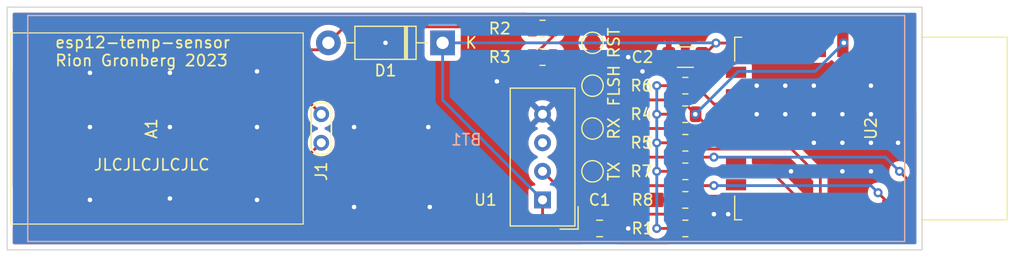
<source format=kicad_pcb>
(kicad_pcb (version 20221018) (generator pcbnew)
  (layers (0 "F.Cu" signal) (31 "B.Cu" signal) (34 "B.Paste" user) (35 "F.Paste" user) (36 "B.SilkS" user "B.Silkscreen") (37 "F.SilkS" user "F.Silkscreen") (38 "B.Mask" user) (39 "F.Mask" user) (44 "Edge.Cuts" user))
  (net 0 "")
  (net 3 "+BATT")
  (net 4 "-BATT")
  (net 5 "/+BATT_PROT")
  (net 6 "GND")
  (net 7 "VDC")
  (net 8 "/SENSOR")
  (net 9 "/BATT_LVL")
  (net 10 "/RST")
  (net 11 "/FLASH")
  (net 12 "/EN")
  (net 13 "/HI_BOOT")
  (net 14 "/LOW_BOOT")
  (net 15 "/SERIAL_RX")
  (net 16 "/SERIAL_TX")
  (footprint "Resistor_SMD:R_0805_2012Metric" (layer "F.Cu") (at 80.01 39.37)
    (fp_text reference "R7" (at -3.906628 0) (layer "F.SilkS"))
    (fp_text value "10KR")
    (fp_line (start -0.227064 -0.735) (end 0.227064 -0.735) (stroke (width 0.12)) (layer "F.SilkS"))
    (fp_line (start -0.227064 0.735) (end 0.227064 0.735) (stroke (width 0.12)) (layer "F.SilkS"))
    (pad "1" smd roundrect (at -0.9125 0) (size 1.025 1.4) (layers "F.Cu" "F.Paste" "F.Mask") (roundrect_rratio 0.243902439) (net 7 "VDC"))
    (pad "2" smd roundrect (at 0.9125 0) (size 1.025 1.4) (layers "F.Cu" "F.Paste" "F.Mask") (roundrect_rratio 0.243902439) (net 13 "/HI_BOOT"))
  )
  (footprint "TestPoint:TestPoint_Pad_D1.5mm" (layer "F.Cu") (at 71.755 31.75 -90)
    (fp_text reference "T2" hide)
    (fp_text value "FLSH" (at 0 -1.905 90) (layer "F.SilkS"))
    (fp_circle (center 0 0) (end 0 0.95) (stroke (width 0.12)) (fill none) (layer "F.SilkS"))
    (pad "1" smd circle (at 0 0 270) (size 1.5 1.5) (layers "F.Cu" "F.Mask") (net 11 "/FLASH"))
  )
  (footprint "TP4056-mod:TP4056-mod" (layer "F.Cu") (at 33.02 35.56 90)
    (fp_text reference "A1" (at 0 -0.5 90 unlocked) (layer "F.SilkS"))
    (fp_text value "TP4056")
    (fp_line (start -8.5 -13) (end -8.5 13) (stroke (width 0.1)) (layer "F.SilkS"))
    (fp_line (start -8.5 13) (end 8.5 13) (stroke (width 0.1)) (layer "F.SilkS"))
    (fp_line (start 8.5 -13) (end -8.5 -13) (stroke (width 0.1)) (layer "F.SilkS"))
    (fp_line (start 8.5 13) (end 8.5 -13) (stroke (width 0.1)) (layer "F.SilkS"))
    (pad "1" smd rect (at 7 -11.5 90) (size 2.5 2.5) (layers "F.Cu" "F.Paste" "F.Mask"))
    (pad "2" smd rect (at -7 -11.5 90) (size 2.5 2.5) (layers "F.Cu" "F.Paste" "F.Mask"))
    (pad "3" smd rect (at 4 11.5 90) (size 2.5 2.5) (layers "F.Cu" "F.Paste" "F.Mask") (net 3 "+BATT"))
    (pad "4" smd rect (at -4 11.5 90) (size 2.5 2.5) (layers "F.Cu" "F.Paste" "F.Mask") (net 4 "-BATT"))
    (pad "5" smd rect (at 7 11.5 90) (size 2.5 2.5) (layers "F.Cu" "F.Paste" "F.Mask") (net 5 "/+BATT_PROT"))
    (pad "6" smd rect (at -7 11.5 90) (size 2.5 2.5) (layers "F.Cu" "F.Paste" "F.Mask") (net 6 "GND"))
  )
  (footprint "Capacitor_SMD:C_0805_2012Metric" (layer "F.Cu") (at 72.39 44.45)
    (fp_text reference "C1" (at 0 -2.54) (layer "F.SilkS"))
    (fp_text value "100nF")
    (fp_line (start -0.261252 -0.735) (end 0.261252 -0.735) (stroke (width 0.12)) (layer "F.SilkS"))
    (fp_line (start -0.261252 0.735) (end 0.261252 0.735) (stroke (width 0.12)) (layer "F.SilkS"))
    (pad "1" smd roundrect (at -0.95 0) (size 1 1.45) (layers "F.Cu" "F.Paste" "F.Mask") (net 7 "VDC"))
    (pad "2" smd roundrect (at 0.95 0) (size 1 1.45) (layers "F.Cu" "F.Paste" "F.Mask") (net 6 "GND"))
  )
  (footprint "Capacitor_SMD:C_1206_3216Metric" (layer "F.Cu") (at 80.01 29.21)
    (fp_text reference "C2" (at -3.81 0) (layer "F.SilkS"))
    (fp_text value "22uF")
    (fp_line (start -0.711252 -0.91) (end 0.711252 -0.91) (stroke (width 0.12)) (layer "F.SilkS"))
    (fp_line (start -0.711252 0.91) (end 0.711252 0.91) (stroke (width 0.12)) (layer "F.SilkS"))
    (pad "1" smd roundrect (at -1.475 0) (size 1.15 1.8) (layers "F.Cu" "F.Paste" "F.Mask") (roundrect_rratio 0.2173913043) (net 6 "GND"))
    (pad "2" smd roundrect (at 1.475 0) (size 1.15 1.8) (layers "F.Cu" "F.Paste" "F.Mask") (roundrect_rratio 0.2173913043) (net 7 "VDC"))
  )
  (footprint "Resistor_SMD:R_0805_2012Metric" (layer "F.Cu") (at 80.01 31.75)
    (fp_text reference "R6" (at -3.906628 0) (layer "F.SilkS"))
    (fp_text value "10KR")
    (fp_line (start -0.227064 -0.735) (end 0.227064 -0.735) (stroke (width 0.12)) (layer "F.SilkS"))
    (fp_line (start -0.227064 0.735) (end 0.227064 0.735) (stroke (width 0.12)) (layer "F.SilkS"))
    (pad "1" smd roundrect (at -0.9125 0) (size 1.025 1.4) (layers "F.Cu" "F.Paste" "F.Mask") (roundrect_rratio 0.243902439) (net 7 "VDC"))
    (pad "2" smd roundrect (at 0.9125 0) (size 1.025 1.4) (layers "F.Cu" "F.Paste" "F.Mask") (roundrect_rratio 0.243902439) (net 12 "/EN"))
  )
  (footprint "Resistor_SMD:R_0805_2012Metric" (layer "F.Cu") (at 67.31 29.21)
    (fp_text reference "R3" (at -3.81 0) (layer "F.SilkS"))
    (fp_text value "300KR")
    (fp_line (start -0.227064 -0.735) (end 0.227064 -0.735) (stroke (width 0.12)) (layer "F.SilkS"))
    (fp_line (start -0.227064 0.735) (end 0.227064 0.735) (stroke (width 0.12)) (layer "F.SilkS"))
    (pad "1" smd roundrect (at -0.9125 0) (size 1.025 1.4) (layers "F.Cu" "F.Paste" "F.Mask") (roundrect_rratio 0.243902439) (net 9 "/BATT_LVL"))
    (pad "2" smd roundrect (at 0.9125 0) (size 1.025 1.4) (layers "F.Cu" "F.Paste" "F.Mask") (roundrect_rratio 0.243902439) (net 6 "GND"))
  )
  (footprint "Resistor_SMD:R_0805_2012Metric" (layer "F.Cu") (at 80.01 36.83)
    (fp_text reference "R5" (at -3.906628 0) (layer "F.SilkS"))
    (fp_text value "10KR")
    (fp_line (start -0.227064 -0.735) (end 0.227064 -0.735) (stroke (width 0.12)) (layer "F.SilkS"))
    (fp_line (start -0.227064 0.735) (end 0.227064 0.735) (stroke (width 0.12)) (layer "F.SilkS"))
    (pad "1" smd roundrect (at -0.9125 0) (size 1.025 1.4) (layers "F.Cu" "F.Paste" "F.Mask") (roundrect_rratio 0.243902439) (net 7 "VDC"))
    (pad "2" smd roundrect (at 0.9125 0) (size 1.025 1.4) (layers "F.Cu" "F.Paste" "F.Mask") (roundrect_rratio 0.243902439) (net 11 "/FLASH"))
  )
  (footprint "Resistor_SMD:R_0805_2012Metric" (layer "F.Cu") (at 80.01 34.29)
    (fp_text reference "R4" (at -3.906628 0) (layer "F.SilkS"))
    (fp_text value "10KR")
    (fp_line (start -0.227064 -0.735) (end 0.227064 -0.735) (stroke (width 0.12)) (layer "F.SilkS"))
    (fp_line (start -0.227064 0.735) (end 0.227064 0.735) (stroke (width 0.12)) (layer "F.SilkS"))
    (pad "1" smd roundrect (at -0.9125 0) (size 1.025 1.4) (layers "F.Cu" "F.Paste" "F.Mask") (roundrect_rratio 0.243902439) (net 7 "VDC"))
    (pad "2" smd roundrect (at 0.9125 0) (size 1.025 1.4) (layers "F.Cu" "F.Paste" "F.Mask") (roundrect_rratio 0.243902439) (net 10 "/RST"))
  )
  (footprint "RF_Module:ESP-12E" (layer "F.Cu") (at 96.52 35.56 -90)
    (fp_text reference "U2" (at 0 0 90) (layer "F.SilkS"))
    (fp_text value "ESP-12F")
    (fp_line (start -8.12 -12.12) (end 8.12 -12.12) (stroke (width 0.12)) (layer "F.SilkS"))
    (fp_line (start -8.12 -4.5) (end -8.73 -4.5) (stroke (width 0.12)) (layer "F.SilkS"))
    (fp_line (start -8.12 -4.5) (end -8.12 -12.12) (stroke (width 0.12)) (layer "F.SilkS"))
    (fp_line (start -8.12 12.12) (end -8.12 11.5) (stroke (width 0.12)) (layer "F.SilkS"))
    (fp_line (start -6 12.12) (end -8.12 12.12) (stroke (width 0.12)) (layer "F.SilkS"))
    (fp_line (start 8.12 -12.12) (end 8.12 -4.5) (stroke (width 0.12)) (layer "F.SilkS"))
    (fp_line (start 8.12 11.5) (end 8.12 12.12) (stroke (width 0.12)) (layer "F.SilkS"))
    (fp_line (start 8.12 12.12) (end 6 12.12) (stroke (width 0.12)) (layer "F.SilkS"))
    (pad "1" smd rect (at -7.6 -3.5 270) (size 2.5 1) (layers "F.Cu" "F.Paste" "F.Mask") (net 10 "/RST"))
    (pad "2" smd rect (at -7.6 -1.5 270) (size 2.5 1) (layers "F.Cu" "F.Paste" "F.Mask") (net 9 "/BATT_LVL"))
    (pad "3" smd rect (at -7.6 0.5 270) (size 2.5 1) (layers "F.Cu" "F.Paste" "F.Mask") (net 12 "/EN"))
    (pad "4" smd rect (at -7.6 2.5 270) (size 2.5 1) (layers "F.Cu" "F.Paste" "F.Mask") (net 10 "/RST"))
    (pad "5" smd rect (at -7.6 4.5 270) (size 2.5 1) (layers "F.Cu" "F.Paste" "F.Mask"))
    (pad "6" smd rect (at -7.6 6.5 270) (size 2.5 1) (layers "F.Cu" "F.Paste" "F.Mask"))
    (pad "7" smd rect (at -7.6 8.5 270) (size 2.5 1) (layers "F.Cu" "F.Paste" "F.Mask"))
    (pad "8" smd rect (at -7.6 10.5 270) (size 2.5 1) (layers "F.Cu" "F.Paste" "F.Mask") (net 7 "VDC"))
    (pad "9" smd rect (at -5 12 270) (size 1 1.8) (layers "F.Cu" "F.Paste" "F.Mask"))
    (pad "10" smd rect (at -3 12 270) (size 1 1.8) (layers "F.Cu" "F.Paste" "F.Mask"))
    (pad "11" smd rect (at -1 12 270) (size 1 1.8) (layers "F.Cu" "F.Paste" "F.Mask"))
    (pad "12" smd rect (at 1 12 270) (size 1 1.8) (layers "F.Cu" "F.Paste" "F.Mask"))
    (pad "13" smd rect (at 3 12 270) (size 1 1.8) (layers "F.Cu" "F.Paste" "F.Mask"))
    (pad "14" smd rect (at 5 12 270) (size 1 1.8) (layers "F.Cu" "F.Paste" "F.Mask"))
    (pad "15" smd rect (at 7.6 10.5 270) (size 2.5 1) (layers "F.Cu" "F.Paste" "F.Mask") (net 6 "GND"))
    (pad "16" smd rect (at 7.6 8.5 270) (size 2.5 1) (layers "F.Cu" "F.Paste" "F.Mask") (net 14 "/LOW_BOOT"))
    (pad "17" smd rect (at 7.6 6.5 270) (size 2.5 1) (layers "F.Cu" "F.Paste" "F.Mask") (net 13 "/HI_BOOT"))
    (pad "18" smd rect (at 7.6 4.5 270) (size 2.5 1) (layers "F.Cu" "F.Paste" "F.Mask") (net 11 "/FLASH"))
    (pad "19" smd rect (at 7.6 2.5 270) (size 2.5 1) (layers "F.Cu" "F.Paste" "F.Mask") (net 8 "/SENSOR"))
    (pad "20" smd rect (at 7.6 0.5 270) (size 2.5 1) (layers "F.Cu" "F.Paste" "F.Mask"))
    (pad "21" smd rect (at 7.6 -1.5 270) (size 2.5 1) (layers "F.Cu" "F.Paste" "F.Mask") (net 16 "/SERIAL_TX"))
    (pad "22" smd rect (at 7.6 -3.5 270) (size 2.5 1) (layers "F.Cu" "F.Paste" "F.Mask") (net 15 "/SERIAL_RX"))
    (zone (net 0) (net_name "") (layers "*.Cu") (connect_pads (clearance 0)) (min_thickness 0.254)
      (keepout (tracks not_allowed) (vias not_allowed) (pads not_allowed) (copperpour not_allowed) (footprints not_allowed))
      (fill (thermal_gap 0.508) (thermal_bridge_width 0.508))
      (polygon (pts (xy 101.32 27.44) (xy 101.32 43.68) (xy 108.64 43.68) (xy 108.64 27.44)))
    )
  )
  (footprint "TestPoint:TestPoint_Pad_D1.5mm" (layer "F.Cu") (at 71.755 39.37 -90)
    (fp_text reference "T4" hide)
    (fp_text value "TX" (at 0 -1.905 90) (layer "F.SilkS"))
    (fp_circle (center 0 0) (end 0 0.95) (stroke (width 0.12)) (fill none) (layer "F.SilkS"))
    (pad "1" smd circle (at 0 0 270) (size 1.5 1.5) (layers "F.Cu" "F.Mask") (net 16 "/SERIAL_TX"))
  )
  (footprint "Diode_THT:D_DO-41_SOD81_P10.16mm_Horizontal" (layer "F.Cu") (at 58.42 27.94 180)
    (fp_text reference "D1" (at 5.08 -2.47) (layer "F.SilkS"))
    (fp_text value "1N5817")
    (fp_text user "K" (at -2.54 0) (layer "F.SilkS"))
    (fp_line (start 1.34 0) (end 2.36 0) (stroke (width 0.12)) (layer "F.SilkS"))
    (fp_line (start 2.36 -1.47) (end 2.36 1.47) (stroke (width 0.12)) (layer "F.SilkS"))
    (fp_line (start 2.36 1.47) (end 7.8 1.47) (stroke (width 0.12)) (layer "F.SilkS"))
    (fp_line (start 3.14 -1.47) (end 3.14 1.47) (stroke (width 0.12)) (layer "F.SilkS"))
    (fp_line (start 3.26 -1.47) (end 3.26 1.47) (stroke (width 0.12)) (layer "F.SilkS"))
    (fp_line (start 3.38 -1.47) (end 3.38 1.47) (stroke (width 0.12)) (layer "F.SilkS"))
    (fp_line (start 7.8 -1.47) (end 2.36 -1.47) (stroke (width 0.12)) (layer "F.SilkS"))
    (fp_line (start 7.8 1.47) (end 7.8 -1.47) (stroke (width 0.12)) (layer "F.SilkS"))
    (fp_line (start 8.82 0) (end 7.8 0) (stroke (width 0.12)) (layer "F.SilkS"))
    (pad "1" thru_hole rect (at 0 0 180) (size 2.2 2.2) (drill 1.1) (layers "*.Cu" "*.Mask") (net 7 "VDC"))
    (pad "2" thru_hole oval (at 10.16 0 180) (size 2.2 2.2) (drill 1.1) (layers "*.Cu" "*.Mask") (net 5 "/+BATT_PROT"))
  )
  (footprint "TestPoint:TestPoint_Pad_D1.5mm" (layer "F.Cu") (at 71.755 35.56 -90)
    (fp_text reference "T3" hide)
    (fp_text value "RX" (at 0 -1.905 90) (layer "F.SilkS"))
    (fp_circle (center 0 0) (end 0 0.95) (stroke (width 0.12)) (fill none) (layer "F.SilkS"))
    (pad "1" smd circle (at 0 0 270) (size 1.5 1.5) (layers "F.Cu" "F.Mask") (net 15 "/SERIAL_RX"))
  )
  (footprint "TestPoint:TestPoint_Pad_D1.5mm" (layer "F.Cu") (at 71.755 27.94 -90)
    (fp_text reference "T1" hide)
    (fp_text value "RST" (at 0 -1.905 90) (layer "F.SilkS"))
    (fp_circle (center 0 0) (end 0 0.95) (stroke (width 0.12)) (fill none) (layer "F.SilkS"))
    (pad "1" smd circle (at 0 0 270) (size 1.5 1.5) (layers "F.Cu" "F.Mask") (net 10 "/RST"))
  )
  (footprint "Resistor_SMD:R_0805_2012Metric" (layer "F.Cu") (at 67.31 26.67)
    (fp_text reference "R2" (at -3.81 0) (layer "F.SilkS"))
    (fp_text value "1MR")
    (fp_line (start -0.227064 -0.735) (end 0.227064 -0.735) (stroke (width 0.12)) (layer "F.SilkS"))
    (fp_line (start -0.227064 0.735) (end 0.227064 0.735) (stroke (width 0.12)) (layer "F.SilkS"))
    (pad "1" smd roundrect (at -0.9125 0) (size 1.025 1.4) (layers "F.Cu" "F.Paste" "F.Mask") (roundrect_rratio 0.243902439) (net 5 "/+BATT_PROT"))
    (pad "2" smd roundrect (at 0.9125 0) (size 1.025 1.4) (layers "F.Cu" "F.Paste" "F.Mask") (roundrect_rratio 0.243902439) (net 9 "/BATT_LVL"))
  )
  (footprint "TestPoint:TestPoint_2Pads_Pitch2.54mm_Drill0.8mm" (layer "F.Cu") (at 47.625 34.29 -90)
    (fp_text reference "J1" (at 5.08 0 90) (layer "F.SilkS"))
    (fp_text value "TestPoint_2Pole")
    (fp_line (start -1.03 -0.4) (end -0.53 -0.9) (stroke (width 0.15)) (layer "F.SilkS"))
    (fp_line (start -1.03 0.4) (end -1.03 -0.4) (stroke (width 0.15)) (layer "F.SilkS"))
    (fp_line (start -0.53 -0.9) (end 3.07 -0.9) (stroke (width 0.15)) (layer "F.SilkS"))
    (fp_line (start -0.53 0.9) (end -1.03 0.4) (stroke (width 0.15)) (layer "F.SilkS"))
    (fp_line (start 3.07 -0.9) (end 3.57 -0.4) (stroke (width 0.15)) (layer "F.SilkS"))
    (fp_line (start 3.07 0.9) (end -0.53 0.9) (stroke (width 0.15)) (layer "F.SilkS"))
    (fp_line (start 3.57 -0.4) (end 3.57 0.4) (stroke (width 0.15)) (layer "F.SilkS"))
    (fp_line (start 3.57 0.4) (end 3.07 0.9) (stroke (width 0.15)) (layer "F.SilkS"))
    (pad "1" thru_hole circle (at 0 0 270) (size 1.4 1.4) (drill 0.8) (layers "*.Cu" "*.Mask") (net 3 "+BATT"))
    (pad "2" thru_hole circle (at 2.54 0 270) (size 1.4 1.4) (drill 0.8) (layers "*.Cu" "*.Mask") (net 4 "-BATT"))
  )
  (footprint "Sensor:Aosong_DHT11_5.5x12.0_P2.54mm" (layer "F.Cu") (at 67.31 41.91 180)
    (fp_text reference "U1" (at 5.08 0) (layer "F.SilkS"))
    (fp_text value "DHT11")
    (fp_line (start -3.16 -2.6) (end -3.16 -0.6) (stroke (width 0.12)) (layer "F.SilkS"))
    (fp_line (start -3.16 -2.6) (end -1.55 -2.6) (stroke (width 0.12)) (layer "F.SilkS"))
    (fp_line (start -2.88 9.94) (end -2.88 -2.31) (stroke (width 0.12)) (layer "F.SilkS"))
    (fp_line (start -2.87 -2.32) (end 2.87 -2.32) (stroke (width 0.12)) (layer "F.SilkS"))
    (fp_line (start 2.88 -2.32) (end 2.88 9.94) (stroke (width 0.12)) (layer "F.SilkS"))
    (fp_line (start 2.88 9.94) (end -2.88 9.94) (stroke (width 0.12)) (layer "F.SilkS"))
    (pad "1" thru_hole rect (at 0 0 180) (size 1.5 1.5) (drill 0.8) (layers "*.Cu" "*.Mask") (net 7 "VDC"))
    (pad "2" thru_hole circle (at 0 2.54 180) (size 1.5 1.5) (drill 0.8) (layers "*.Cu" "*.Mask") (net 8 "/SENSOR"))
    (pad "3" thru_hole circle (at 0 5.08 180) (size 1.5 1.5) (drill 0.8) (layers "*.Cu" "*.Mask"))
    (pad "4" thru_hole circle (at 0 7.62 180) (size 1.5 1.5) (drill 0.8) (layers "*.Cu" "*.Mask") (net 6 "GND"))
  )
  (footprint "Resistor_SMD:R_0805_2012Metric" (layer "F.Cu") (at 80.01 41.91 180)
    (fp_text reference "R8" (at 3.81 0) (layer "F.SilkS"))
    (fp_text value "10KR")
    (fp_line (start -0.227064 -0.735) (end 0.227064 -0.735) (stroke (width 0.12)) (layer "F.SilkS"))
    (fp_line (start -0.227064 0.735) (end 0.227064 0.735) (stroke (width 0.12)) (layer "F.SilkS"))
    (pad "1" smd roundrect (at -0.9125 0 180) (size 1.025 1.4) (layers "F.Cu" "F.Paste" "F.Mask") (roundrect_rratio 0.243902439) (net 14 "/LOW_BOOT"))
    (pad "2" smd roundrect (at 0.9125 0 180) (size 1.025 1.4) (layers "F.Cu" "F.Paste" "F.Mask") (roundrect_rratio 0.243902439) (net 6 "GND"))
  )
  (footprint "Resistor_SMD:R_0805_2012Metric" (layer "F.Cu") (at 80.01 44.45)
    (fp_text reference "R1" (at -3.81 0) (layer "F.SilkS"))
    (fp_text value "10KR")
    (fp_line (start -0.227064 -0.735) (end 0.227064 -0.735) (stroke (width 0.12)) (layer "F.SilkS"))
    (fp_line (start -0.227064 0.735) (end 0.227064 0.735) (stroke (width 0.12)) (layer "F.SilkS"))
    (pad "1" smd roundrect (at -0.9125 0) (size 1.025 1.4) (layers "F.Cu" "F.Paste" "F.Mask") (roundrect_rratio 0.243902439) (net 7 "VDC"))
    (pad "2" smd roundrect (at 0.9125 0) (size 1.025 1.4) (layers "F.Cu" "F.Paste" "F.Mask") (roundrect_rratio 0.243902439) (net 8 "/SENSOR"))
  )
  (footprint "Battery:BatteryHolder_MPD_BH-18650-PC2" (layer "B.Cu") (at 96.52 35.56 180)
    (fp_text reference "BT1" (at 36 -1) (layer "B.SilkS") (effects (justify mirror)))
    (fp_text value "Battery")
    (fp_line (start -3 -10.05) (end -3 10.05) (stroke (width 0.12)) (layer "B.SilkS"))
    (fp_line (start -3 10.05) (end 75 10.05) (stroke (width 0.12)) (layer "B.SilkS"))
    (fp_line (start 75 -10.05) (end -3 -10.05) (stroke (width 0.12)) (layer "B.SilkS"))
    (fp_line (start 75 10.05) (end 75 -10.05) (stroke (width 0.12)) (layer "B.SilkS"))
  )
  (gr_line (start 19.685 46.355) (end 101.0666 46.355) (stroke (width 0.1)) (layer "Edge.Cuts"))
  (gr_line (start 101.0666 46.355) (end 101.0666 24.765) (stroke (width 0.1)) (layer "Edge.Cuts"))
  (gr_line (start 101.0666 24.765) (end 20.32 24.765) (stroke (width 0.1)) (layer "Edge.Cuts"))
  (gr_line (start 19.685 24.765) (end 19.685 46.355) (stroke (width 0.1)) (layer "Edge.Cuts"))
  (gr_line (start 20.32 24.765) (end 19.685 24.765) (stroke (width 0.1)) (layer "Edge.Cuts"))
  (gr_text "JLCJLCJLCJLC" (at 27.305 39.37) (layer "F.SilkS") (effects (font (size 1 1)) (justify left bottom)))
  (gr_text "esp12-temp-sensor\nRion Gronberg 2023" (at 23.876 30.099) (layer "F.SilkS") (effects (font (size 1 1)) (justify left bottom)))
  (segment (start 44.895 31.56) (end 44.52 31.56) (width 0.25) (layer "F.Cu") (net 3))
  (segment (start 47.625 34.29) (end 44.895 31.56) (width 0.25) (layer "F.Cu") (net 3))
  (segment (start 44.895 39.56) (end 44.52 39.56) (width 0.25) (layer "F.Cu") (net 4))
  (segment (start 47.625 36.83) (end 44.895 39.56) (width 0.25) (layer "F.Cu") (net 4))
  (segment (start 47.64 28.56) (end 48.26 27.94) (width 0.25) (layer "F.Cu") (net 5))
  (segment (start 49.685 26.515) (end 66.2425 26.515) (width 0.25) (layer "F.Cu") (net 5))
  (segment (start 44.52 28.56) (end 47.64 28.56) (width 0.25) (layer "F.Cu") (net 5))
  (segment (start 66.2425 26.515) (end 66.3975 26.67) (width 0.25) (layer "F.Cu") (net 5))
  (segment (start 48.26 27.94) (end 49.685 26.515) (width 0.25) (layer "F.Cu") (net 5))
  (via (at 91.44 36.83) (size 0.8) (drill 0.4) (layers "F.Cu" "B.Cu") (net 6))
  (via (at 27.051 41.91) (size 0.8) (drill 0.4) (layers "F.Cu" "B.Cu") (net 6))
  (via (at 53.34 27.94) (size 0.8) (drill 0.4) (layers "F.Cu" "B.Cu") (net 6))
  (via (at 74.93 44.45) (size 0.8) (drill 0.4) (layers "F.Cu" "B.Cu") (net 6))
  (via (at 82.55 43.18) (size 0.8) (drill 0.4) (layers "F.Cu" "B.Cu") (net 6))
  (via (at 41.91 41.91) (size 0.8) (drill 0.4) (layers "F.Cu" "B.Cu") (net 6))
  (via (at 89.408 39.37) (size 0.8) (drill 0.4) (layers "F.Cu" "B.Cu") (net 6))
  (via (at 96.52 39.37) (size 0.8) (drill 0.4) (layers "F.Cu" "B.Cu") (net 6))
  (via (at 86.36 34.29) (size 0.8) (drill 0.4) (layers "F.Cu" "B.Cu") (net 6))
  (via (at 57.277 42.545) (size 0.8) (drill 0.4) (layers "F.Cu" "B.Cu") (net 6))
  (via (at 27.051 30.607) (size 0.8) (drill 0.4) (layers "F.Cu" "B.Cu") (net 6))
  (via (at 96.52 36.83) (size 0.8) (drill 0.4) (layers "F.Cu" "B.Cu") (net 6))
  (via (at 93.98 34.29) (size 0.8) (drill 0.4) (layers "F.Cu" "B.Cu") (net 6))
  (via (at 74.93 29.21) (size 0.8) (drill 0.4) (layers "F.Cu" "B.Cu") (net 6))
  (via (at 88.9 34.29) (size 0.8) (drill 0.4) (layers "F.Cu" "B.Cu") (net 6))
  (via (at 41.91 30.48) (size 0.8) (drill 0.4) (layers "F.Cu" "B.Cu") (net 6))
  (via (at 98.933 36.83) (size 0.8) (drill 0.4) (layers "F.Cu" "B.Cu") (net 6))
  (via (at 27.051 35.433) (size 0.8) (drill 0.4) (layers "F.Cu" "B.Cu") (net 6))
  (via (at 96.52 31.75) (size 0.8) (drill 0.4) (layers "F.Cu" "B.Cu") (net 6))
  (via (at 50.546 42.545) (size 0.8) (drill 0.4) (layers "F.Cu" "B.Cu") (net 6))
  (via (at 41.91 35.433) (size 0.8) (drill 0.4) (layers "F.Cu" "B.Cu") (net 6))
  (via (at 34.163 41.783) (size 0.8) (drill 0.4) (layers "F.Cu" "B.Cu") (net 6))
  (via (at 50.546 35.433) (size 0.8) (drill 0.4) (layers "F.Cu" "B.Cu") (net 6))
  (via (at 34.163 30.607) (size 0.8) (drill 0.4) (layers "F.Cu" "B.Cu") (net 6))
  (via (at 93.98 36.83) (size 0.8) (drill 0.4) (layers "F.Cu" "B.Cu") (net 6))
  (via (at 34.163 35.433) (size 0.8) (drill 0.4) (layers "F.Cu" "B.Cu") (net 6))
  (via (at 63.246 31.369) (size 0.8) (drill 0.4) (layers "F.Cu" "B.Cu") (net 6))
  (via (at 91.44 34.29) (size 0.8) (drill 0.4) (layers "F.Cu" "B.Cu") (net 6))
  (via (at 88.9 31.75) (size 0.8) (drill 0.4) (layers "F.Cu" "B.Cu") (net 6))
  (via (at 57.15 35.433) (size 0.8) (drill 0.4) (layers "F.Cu" "B.Cu") (net 6))
  (via (at 91.44 31.75) (size 0.8) (drill 0.4) (layers "F.Cu" "B.Cu") (net 6))
  (via (at 83.82 43.18) (size 0.8) (drill 0.4) (layers "F.Cu" "B.Cu") (net 6))
  (via (at 76.2 30.48) (size 0.8) (drill 0.4) (layers "F.Cu" "B.Cu") (net 6))
  (via (at 86.36 31.75) (size 0.8) (drill 0.4) (layers "F.Cu" "B.Cu") (net 6))
  (via (at 96.52 34.29) (size 0.8) (drill 0.4) (layers "F.Cu" "B.Cu") (net 6))
  (via (at 93.98 39.37) (size 0.8) (drill 0.4) (layers "F.Cu" "B.Cu") (net 6))
  (segment (start 79.0975 36.83) (end 77.47 36.83) (width 0.25) (layer "F.Cu") (net 7))
  (segment (start 86.02 27.96) (end 82.735 27.96) (width 0.25) (layer "F.Cu") (net 7))
  (segment (start 81.485 29.3625) (end 81.485 29.21) (width 0.25) (layer "F.Cu") (net 7))
  (segment (start 68.58 44.45) (end 67.31 43.18) (width 0.25) (layer "F.Cu") (net 7))
  (segment (start 79.0975 44.45) (end 77.47 44.45) (width 0.25) (layer "F.Cu") (net 7))
  (segment (start 79.0975 39.37) (end 77.47 39.37) (width 0.25) (layer "F.Cu") (net 7))
  (segment (start 67.31 43.18) (end 67.31 41.91) (width 0.25) (layer "F.Cu") (net 7))
  (segment (start 79.0975 31.75) (end 81.485 29.3625) (width 0.25) (layer "F.Cu") (net 7))
  (segment (start 79.0975 34.29) (end 77.47 34.29) (width 0.25) (layer "F.Cu") (net 7))
  (segment (start 71.44 44.45) (end 68.58 44.45) (width 0.25) (layer "F.Cu") (net 7))
  (segment (start 82.735 27.96) (end 81.485 29.21) (width 0.25) (layer "F.Cu") (net 7))
  (segment (start 79.0975 31.75) (end 77.47 31.75) (width 0.25) (layer "F.Cu") (net 7))
  (via (at 77.47 34.29) (size 0.8) (drill 0.4) (layers "F.Cu" "B.Cu") (net 7))
  (via (at 77.47 44.45) (size 0.8) (drill 0.4) (layers "F.Cu" "B.Cu") (net 7))
  (via (at 77.47 39.37) (size 0.8) (drill 0.4) (layers "F.Cu" "B.Cu") (net 7))
  (via (at 77.47 36.83) (size 0.8) (drill 0.4) (layers "F.Cu" "B.Cu") (net 7))
  (via (at 82.735 27.96) (size 0.8) (drill 0.4) (layers "F.Cu" "B.Cu") (net 7))
  (via (at 77.47 31.75) (size 0.8) (drill 0.4) (layers "F.Cu" "B.Cu") (net 7))
  (segment (start 58.42 33.02) (end 67.31 41.91) (width 0.25) (layer "B.Cu") (net 7))
  (segment (start 58.42 27.94) (end 82.715 27.94) (width 0.25) (layer "B.Cu") (net 7))
  (segment (start 58.42 27.94) (end 58.42 33.02) (width 0.25) (layer "B.Cu") (net 7))
  (segment (start 77.47 39.37) (end 77.47 36.83) (width 0.25) (layer "B.Cu") (net 7))
  (segment (start 77.47 44.45) (end 77.47 39.37) (width 0.25) (layer "B.Cu") (net 7))
  (segment (start 82.715 27.94) (end 82.735 27.96) (width 0.25) (layer "B.Cu") (net 7))
  (segment (start 77.47 36.83) (end 77.47 31.75) (width 0.25) (layer "B.Cu") (net 7))
  (segment (start 80.9225 44.45) (end 79.6525 43.18) (width 0.25) (layer "F.Cu") (net 8))
  (segment (start 71.12 43.18) (end 67.31 39.37) (width 0.25) (layer "F.Cu") (net 8))
  (segment (start 80.9225 44.45) (end 81.2075 44.735) (width 0.25) (layer "F.Cu") (net 8))
  (segment (start 79.6525 43.18) (end 71.12 43.18) (width 0.25) (layer "F.Cu") (net 8))
  (segment (start 93.695 44.735) (end 93.98 44.45) (width 0.25) (layer "F.Cu") (net 8))
  (segment (start 81.2075 44.735) (end 93.695 44.735) (width 0.25) (layer "F.Cu") (net 8))
  (segment (start 96.845 26.385) (end 68.5075 26.385) (width 0.25) (layer "F.Cu") (net 9))
  (segment (start 66.3975 29.21) (end 68.2225 27.385) (width 0.25) (layer "F.Cu") (net 9))
  (segment (start 68.2225 27.385) (end 68.2225 26.67) (width 0.25) (layer "F.Cu") (net 9))
  (segment (start 68.5075 26.385) (end 68.2225 26.67) (width 0.25) (layer "F.Cu") (net 9))
  (segment (start 98.02 27.96) (end 98.02 27.56) (width 0.25) (layer "F.Cu") (net 9))
  (segment (start 98.02 27.56) (end 96.845 26.385) (width 0.25) (layer "F.Cu") (net 9))
  (segment (start 94.02 27.96) (end 94.087 27.96) (width 0.25) (layer "F.Cu") (net 10))
  (segment (start 80.9225 34.29) (end 82.1925 35.56) (width 0.25) (layer "F.Cu") (net 10))
  (segment (start 82.1925 35.56) (end 85.09 35.56) (width 0.25) (layer "F.Cu") (net 10))
  (segment (start 76.835 33.02) (end 71.755 27.94) (width 0.25) (layer "F.Cu") (net 10))
  (segment (start 94.087 27.96) (end 94.107 27.94) (width 0.25) (layer "F.Cu") (net 10))
  (segment (start 79.6525 33.02) (end 76.835 33.02) (width 0.25) (layer "F.Cu") (net 10))
  (segment (start 100.02 33.33) (end 99.06 34.29) (width 0.25) (layer "F.Cu") (net 10))
  (segment (start 85.09 35.56) (end 95.25 35.56) (width 0.25) (layer "F.Cu") (net 10))
  (segment (start 99.06 34.29) (end 97.79 35.56) (width 0.25) (layer "F.Cu") (net 10))
  (segment (start 100.02 27.96) (end 100.02 33.33) (width 0.25) (layer "F.Cu") (net 10))
  (segment (start 80.9225 34.29) (end 79.6525 33.02) (width 0.25) (layer "F.Cu") (net 10))
  (segment (start 97.79 35.56) (end 95.25 35.56) (width 0.25) (layer "F.Cu") (net 10))
  (via (at 80.899 34.29) (size 0.8) (drill 0.4) (layers "F.Cu" "B.Cu") (net 10))
  (via (at 94.107 27.94) (size 0.8) (drill 0.4) (layers "F.Cu" "B.Cu") (net 10))
  (segment (start 91.567 30.48) (end 84.709 30.48) (width 0.25) (layer "B.Cu") (net 10))
  (segment (start 84.709 30.48) (end 80.899 34.29) (width 0.25) (layer "B.Cu") (net 10))
  (segment (start 94.107 27.94) (end 91.567 30.48) (width 0.25) (layer "B.Cu") (net 10))
  (segment (start 89.455 37.385) (end 92.02 39.95) (width 0.25) (layer "F.Cu") (net 11))
  (segment (start 80.9225 36.83) (end 81.4775 37.385) (width 0.25) (layer "F.Cu") (net 11))
  (segment (start 80.9225 36.83) (end 79.6525 35.56) (width 0.25) (layer "F.Cu") (net 11))
  (segment (start 79.6525 35.56) (end 75.565 35.56) (width 0.25) (layer "F.Cu") (net 11))
  (segment (start 75.565 35.56) (end 71.755 31.75) (width 0.25) (layer "F.Cu") (net 11))
  (segment (start 81.4775 37.385) (end 89.455 37.385) (width 0.25) (layer "F.Cu") (net 11))
  (segment (start 92.02 39.95) (end 92.02 43.16) (width 0.25) (layer "F.Cu") (net 11))
  (segment (start 96.02 29.71) (end 96.02 27.96) (width 0.25) (layer "F.Cu") (net 12))
  (segment (start 92.345 33.385) (end 96.02 29.71) (width 0.25) (layer "F.Cu") (net 12))
  (segment (start 80.9225 31.75) (end 82.5575 33.385) (width 0.25) (layer "F.Cu") (net 12))
  (segment (start 82.5575 33.385) (end 92.345 33.385) (width 0.25) (layer "F.Cu") (net 12))
  (segment (start 80.9225 39.37) (end 80.9375 39.385) (width 0.25) (layer "F.Cu") (net 13))
  (segment (start 80.9375 39.385) (end 87.645 39.385) (width 0.25) (layer "F.Cu") (net 13))
  (segment (start 87.645 39.385) (end 90.02 41.76) (width 0.25) (layer "F.Cu") (net 13))
  (segment (start 90.02 41.76) (end 90.02 43.16) (width 0.25) (layer "F.Cu") (net 13))
  (segment (start 87.195 41.585) (end 88.02 42.41) (width 0.25) (layer "F.Cu") (net 14))
  (segment (start 80.9225 41.91) (end 81.2475 41.585) (width 0.25) (layer "F.Cu") (net 14))
  (segment (start 88.02 42.41) (end 88.02 43.16) (width 0.25) (layer "F.Cu") (net 14))
  (segment (start 81.2475 41.585) (end 87.195 41.585) (width 0.25) (layer "F.Cu") (net 14))
  (segment (start 100.02 43.16) (end 100.02 40.33) (width 0.25) (layer "F.Cu") (net 15))
  (segment (start 100.02 40.33) (end 99.06 39.37) (width 0.25) (layer "F.Cu") (net 15))
  (segment (start 82.55 38.1095) (end 74.3045 38.1095) (width 0.25) (layer "F.Cu") (net 15))
  (segment (start 74.3045 38.1095) (end 71.755 35.56) (width 0.25) (layer "F.Cu") (net 15))
  (via (at 82.55 38.1095) (size 0.8) (drill 0.4) (layers "F.Cu" "B.Cu") (net 15))
  (via (at 99.06 39.37) (size 0.8) (drill 0.4) (layers "F.Cu" "B.Cu") (net 15))
  (segment (start 97.7995 38.1095) (end 82.55 38.1095) (width 0.25) (layer "B.Cu") (net 15))
  (segment (start 99.06 39.37) (end 97.7995 38.1095) (width 0.25) (layer "B.Cu") (net 15))
  (segment (start 73.025 40.64) (end 71.755 39.37) (width 0.25) (layer "F.Cu") (net 16))
  (segment (start 82.55 40.64) (end 73.025 40.64) (width 0.25) (layer "F.Cu") (net 16))
  (segment (start 98.02 42.14) (end 97.155 41.275) (width 0.25) (layer "F.Cu") (net 16))
  (segment (start 98.02 43.16) (end 98.02 42.14) (width 0.25) (layer "F.Cu") (net 16))
  (via (at 97.155 41.275) (size 0.8) (drill 0.4) (layers "F.Cu" "B.Cu") (net 16))
  (via (at 82.55 40.64) (size 0.8) (drill 0.4) (layers "F.Cu" "B.Cu") (net 16))
  (segment (start 96.52 40.64) (end 82.55 40.64) (width 0.25) (layer "B.Cu") (net 16))
  (segment (start 96.52 40.64) (end 97.155 41.275) (width 0.25) (layer "B.Cu") (net 16))
  (zone (net 6) (net_name "GND") (layers "F&B.Cu") (connect_pads (clearance 0.508)) (min_thickness 0.254) (fill yes (thermal_gap 0.508) (thermal_bridge_width 0.508))
    (polygon (pts (xy 101.6 46.99) (xy 19.05 46.99) (xy 19.05 24.13) (xy 101.6 24.13)))
  )
)
</source>
